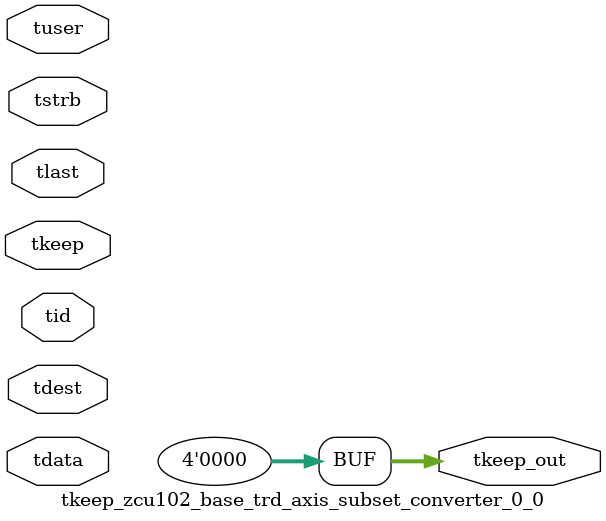
<source format=v>


`timescale 1ps/1ps

module tkeep_zcu102_base_trd_axis_subset_converter_0_0 #
(
parameter C_S_AXIS_TDATA_WIDTH = 32,
parameter C_S_AXIS_TUSER_WIDTH = 0,
parameter C_S_AXIS_TID_WIDTH   = 0,
parameter C_S_AXIS_TDEST_WIDTH = 0,
parameter C_M_AXIS_TDATA_WIDTH = 32
)
(
input  [(C_S_AXIS_TDATA_WIDTH == 0 ? 1 : C_S_AXIS_TDATA_WIDTH)-1:0     ] tdata,
input  [(C_S_AXIS_TUSER_WIDTH == 0 ? 1 : C_S_AXIS_TUSER_WIDTH)-1:0     ] tuser,
input  [(C_S_AXIS_TID_WIDTH   == 0 ? 1 : C_S_AXIS_TID_WIDTH)-1:0       ] tid,
input  [(C_S_AXIS_TDEST_WIDTH == 0 ? 1 : C_S_AXIS_TDEST_WIDTH)-1:0     ] tdest,
input  [(C_S_AXIS_TDATA_WIDTH/8)-1:0 ] tkeep,
input  [(C_S_AXIS_TDATA_WIDTH/8)-1:0 ] tstrb,
input                                                                    tlast,
output [(C_M_AXIS_TDATA_WIDTH/8)-1:0 ] tkeep_out
);

assign tkeep_out = {1'b0};

endmodule


</source>
